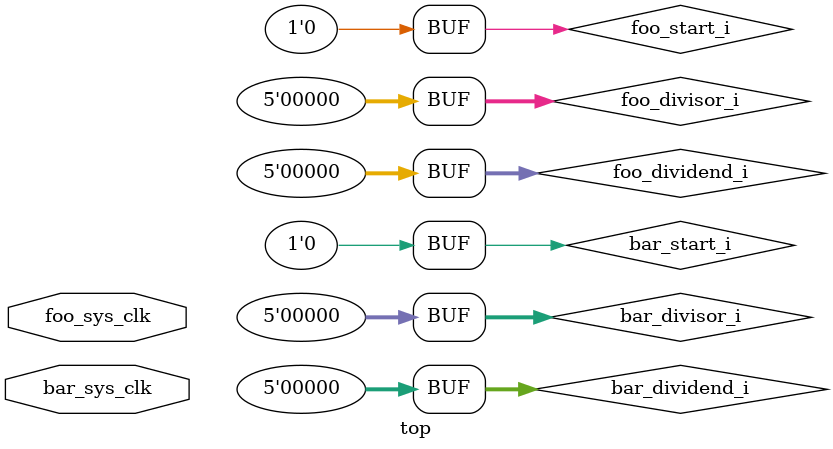
<source format=v>
/* Machine-generated using Migen */
module top(
	input foo_sys_clk,
	input bar_sys_clk
);

reg foo_start_i = 1'd0;
reg [4:0] foo_dividend_i = 5'd0;
reg [4:0] foo_divisor_i = 5'd0;
wire foo_ready_o;
wire [4:0] foo_quotient_o;
wire [4:0] foo_remainder_o;
reg [9:0] foo_qr = 10'd0;
reg [2:0] foo_counter = 3'd0;
reg [4:0] foo_divisor_r = 5'd0;
wire [5:0] foo_diff;
reg bar_start_i = 1'd0;
reg [4:0] bar_dividend_i = 5'd0;
reg [4:0] bar_divisor_i = 5'd0;
wire bar_ready_o;
wire [4:0] bar_quotient_o;
wire [4:0] bar_remainder_o;
reg [9:0] bar_qr = 10'd0;
reg [2:0] bar_counter = 3'd0;
reg [4:0] bar_divisor_r = 5'd0;
wire [5:0] bar_diff;

// synthesis translate_off
reg dummy_s;
initial dummy_s <= 1'd0;
// synthesis translate_on

assign foo_quotient_o = foo_qr[4:0];
assign foo_remainder_o = foo_qr[9:5];
assign foo_ready_o = (foo_counter == 1'd0);
assign foo_diff = (foo_qr[9:4] - foo_divisor_r);
assign bar_quotient_o = bar_qr[4:0];
assign bar_remainder_o = bar_qr[9:5];
assign bar_ready_o = (bar_counter == 1'd0);
assign bar_diff = (bar_qr[9:4] - bar_divisor_r);

always @(posedge bar_sys_clk) begin
	if (bar_start_i) begin
		bar_counter <= 3'd5;
		bar_qr <= bar_dividend_i;
		bar_divisor_r <= bar_divisor_i;
	end else begin
		if ((~bar_ready_o)) begin
			if (bar_diff[5]) begin
				bar_qr <= {bar_qr[8:0], 1'd0};
			end else begin
				bar_qr <= {bar_diff[4:0], bar_qr[3:0], 1'd1};
			end
			bar_counter <= (bar_counter - 1'd1);
		end
	end
end

always @(posedge foo_sys_clk) begin
	if (foo_start_i) begin
		foo_counter <= 3'd5;
		foo_qr <= foo_dividend_i;
		foo_divisor_r <= foo_divisor_i;
	end else begin
		if ((~foo_ready_o)) begin
			if (foo_diff[5]) begin
				foo_qr <= {foo_qr[8:0], 1'd0};
			end else begin
				foo_qr <= {foo_diff[4:0], foo_qr[3:0], 1'd1};
			end
			foo_counter <= (foo_counter - 1'd1);
		end
	end
end

endmodule



</source>
